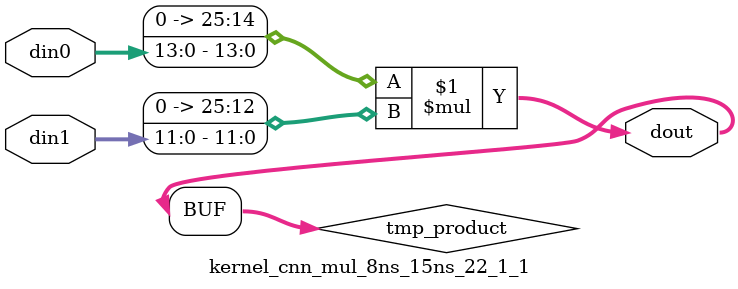
<source format=v>

`timescale 1 ns / 1 ps

  module kernel_cnn_mul_8ns_15ns_22_1_1(din0, din1, dout);
parameter ID = 1;
parameter NUM_STAGE = 0;
parameter din0_WIDTH = 14;
parameter din1_WIDTH = 12;
parameter dout_WIDTH = 26;

input [din0_WIDTH - 1 : 0] din0; 
input [din1_WIDTH - 1 : 0] din1; 
output [dout_WIDTH - 1 : 0] dout;

wire signed [dout_WIDTH - 1 : 0] tmp_product;










assign tmp_product = $signed({1'b0, din0}) * $signed({1'b0, din1});











assign dout = tmp_product;







endmodule

</source>
